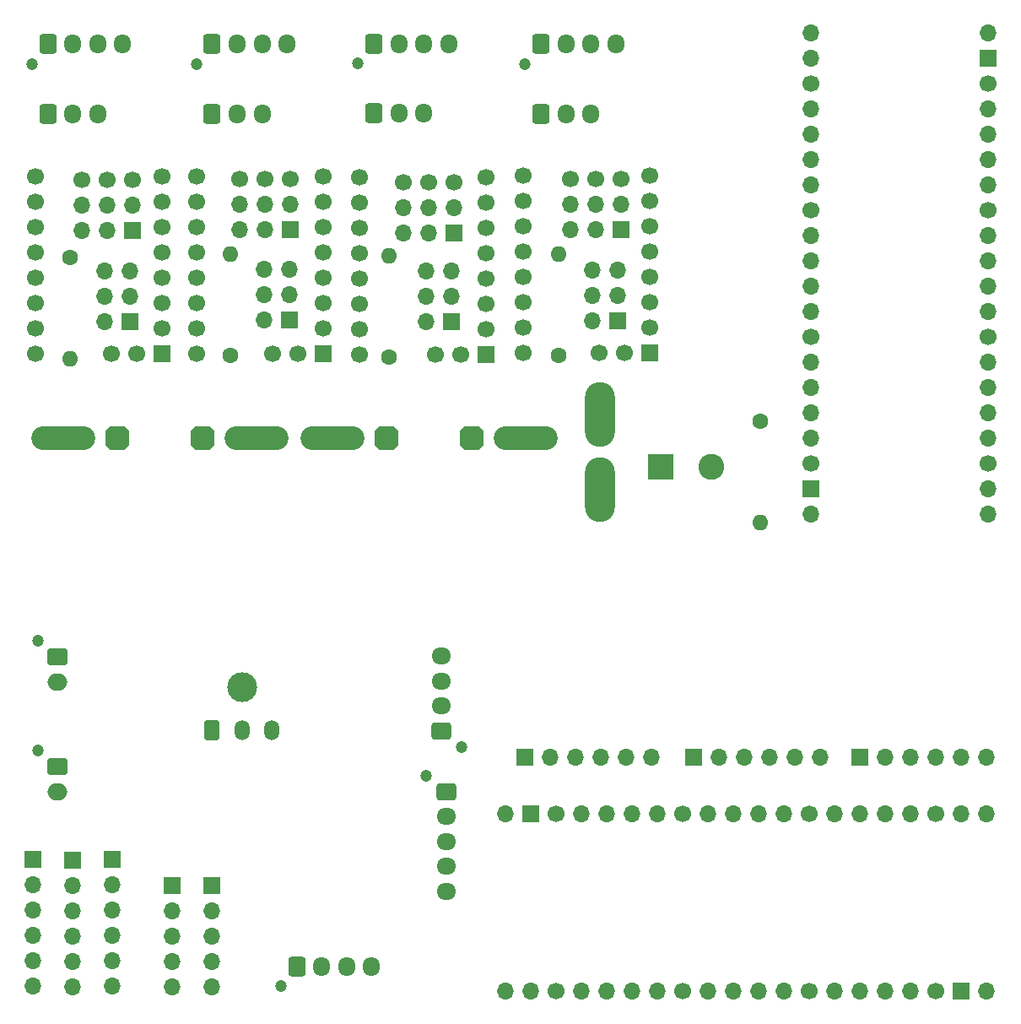
<source format=gbr>
%TF.GenerationSoftware,KiCad,Pcbnew,9.0.0*%
%TF.CreationDate,2025-03-23T11:29:05+11:00*%
%TF.ProjectId,OpenA1K,4f70656e-4131-44b2-9e6b-696361645f70,1*%
%TF.SameCoordinates,Original*%
%TF.FileFunction,Soldermask,Top*%
%TF.FilePolarity,Negative*%
%FSLAX46Y46*%
G04 Gerber Fmt 4.6, Leading zero omitted, Abs format (unit mm)*
G04 Created by KiCad (PCBNEW 9.0.0) date 2025-03-23 11:29:05*
%MOMM*%
%LPD*%
G01*
G04 APERTURE LIST*
G04 Aperture macros list*
%AMRoundRect*
0 Rectangle with rounded corners*
0 $1 Rounding radius*
0 $2 $3 $4 $5 $6 $7 $8 $9 X,Y pos of 4 corners*
0 Add a 4 corners polygon primitive as box body*
4,1,4,$2,$3,$4,$5,$6,$7,$8,$9,$2,$3,0*
0 Add four circle primitives for the rounded corners*
1,1,$1+$1,$2,$3*
1,1,$1+$1,$4,$5*
1,1,$1+$1,$6,$7*
1,1,$1+$1,$8,$9*
0 Add four rect primitives between the rounded corners*
20,1,$1+$1,$2,$3,$4,$5,0*
20,1,$1+$1,$4,$5,$6,$7,0*
20,1,$1+$1,$6,$7,$8,$9,0*
20,1,$1+$1,$8,$9,$2,$3,0*%
%AMOutline5P*
0 Free polygon, 5 corners , with rotation*
0 The origin of the aperture is its center*
0 number of corners: always 5*
0 $1 to $10 corner X, Y*
0 $11 Rotation angle, in degrees counterclockwise*
0 create outline with 5 corners*
4,1,5,$1,$2,$3,$4,$5,$6,$7,$8,$9,$10,$1,$2,$11*%
%AMOutline6P*
0 Free polygon, 6 corners , with rotation*
0 The origin of the aperture is its center*
0 number of corners: always 6*
0 $1 to $12 corner X, Y*
0 $13 Rotation angle, in degrees counterclockwise*
0 create outline with 6 corners*
4,1,6,$1,$2,$3,$4,$5,$6,$7,$8,$9,$10,$11,$12,$1,$2,$13*%
%AMOutline7P*
0 Free polygon, 7 corners , with rotation*
0 The origin of the aperture is its center*
0 number of corners: always 7*
0 $1 to $14 corner X, Y*
0 $15 Rotation angle, in degrees counterclockwise*
0 create outline with 7 corners*
4,1,7,$1,$2,$3,$4,$5,$6,$7,$8,$9,$10,$11,$12,$13,$14,$1,$2,$15*%
%AMOutline8P*
0 Free polygon, 8 corners , with rotation*
0 The origin of the aperture is its center*
0 number of corners: always 8*
0 $1 to $16 corner X, Y*
0 $17 Rotation angle, in degrees counterclockwise*
0 create outline with 8 corners*
4,1,8,$1,$2,$3,$4,$5,$6,$7,$8,$9,$10,$11,$12,$13,$14,$15,$16,$1,$2,$17*%
G04 Aperture macros list end*
%ADD10C,3.000000*%
%ADD11RoundRect,0.250001X-0.499999X-0.759999X0.499999X-0.759999X0.499999X0.759999X-0.499999X0.759999X0*%
%ADD12O,1.500000X2.020000*%
%ADD13O,2.000000X1.700000*%
%ADD14RoundRect,0.250000X-0.750000X0.600000X-0.750000X-0.600000X0.750000X-0.600000X0.750000X0.600000X0*%
%ADD15C,1.200000*%
%ADD16RoundRect,0.250000X-0.600000X-0.725000X0.600000X-0.725000X0.600000X0.725000X-0.600000X0.725000X0*%
%ADD17O,1.700000X1.950000*%
%ADD18RoundRect,0.250000X-0.725000X0.600000X-0.725000X-0.600000X0.725000X-0.600000X0.725000X0.600000X0*%
%ADD19O,1.950000X1.700000*%
%ADD20O,1.700000X1.700000*%
%ADD21R,1.700000X1.700000*%
%ADD22RoundRect,0.250000X0.725000X-0.600000X0.725000X0.600000X-0.725000X0.600000X-0.725000X-0.600000X0*%
%ADD23C,1.700000*%
%ADD24C,1.600000*%
%ADD25O,1.600000X1.600000*%
%ADD26O,3.000000X6.500000*%
%ADD27Outline8P,-1.200000X0.720000X-0.720000X1.200000X0.720000X1.200000X1.200000X0.720000X1.200000X-0.720000X0.720000X-1.200000X-0.720000X-1.200000X-1.200000X-0.720000X0.000000*%
%ADD28O,6.400000X2.400000*%
%ADD29Outline8P,-1.200000X0.720000X-0.720000X1.200000X0.720000X1.200000X1.200000X0.720000X1.200000X-0.720000X0.720000X-1.200000X-0.720000X-1.200000X-1.200000X-0.720000X180.000000*%
%ADD30R,2.600000X2.600000*%
%ADD31C,2.600000*%
G04 APERTURE END LIST*
D10*
%TO.C,J26*%
X80500000Y-103000000D03*
D11*
X77500000Y-107320000D03*
D12*
X80500000Y-107320000D03*
X83500000Y-107320000D03*
%TD*%
D13*
%TO.C,J16*%
X62000000Y-113500000D03*
D14*
X62000000Y-111000000D03*
D15*
X60000000Y-109400000D03*
%TD*%
%TO.C,J17*%
X60000000Y-98400000D03*
D14*
X62000000Y-100000000D03*
D13*
X62000000Y-102500000D03*
%TD*%
D15*
%TO.C,J18*%
X84400000Y-133000000D03*
D16*
X86000000Y-131000000D03*
D17*
X88500000Y-131000000D03*
X91000000Y-131000000D03*
X93500000Y-131000000D03*
%TD*%
D15*
%TO.C,J19*%
X99000000Y-111900000D03*
D18*
X101000000Y-113500000D03*
D19*
X101000000Y-116000000D03*
X101000000Y-118500000D03*
X101000000Y-121000000D03*
X101000000Y-123500000D03*
%TD*%
D20*
%TO.C,J25*%
X121540000Y-110000000D03*
X119000000Y-110000000D03*
X116460000Y-110000000D03*
X113920000Y-110000000D03*
X111380000Y-110000000D03*
D21*
X108840000Y-110000000D03*
%TD*%
D19*
%TO.C,ExtruderMotor1*%
X100500000Y-99900000D03*
X100500000Y-102400000D03*
X100500000Y-104900000D03*
D22*
X100500000Y-107400000D03*
D15*
X102500000Y-109000000D03*
%TD*%
D20*
%TO.C,J23*%
X138540000Y-110000000D03*
X136000000Y-110000000D03*
X133460000Y-110000000D03*
X130920000Y-110000000D03*
X128380000Y-110000000D03*
D21*
X125840000Y-110000000D03*
%TD*%
D20*
%TO.C,U2*%
X106920000Y-115720000D03*
D21*
X109460000Y-115720000D03*
D23*
X112000000Y-115720000D03*
D20*
X114540000Y-115720000D03*
X117080000Y-115720000D03*
X119620000Y-115720000D03*
X122160000Y-115720000D03*
D23*
X124700000Y-115720000D03*
D20*
X127240000Y-115720000D03*
X129780000Y-115720000D03*
X132320000Y-115720000D03*
X134860000Y-115720000D03*
D23*
X137400000Y-115720000D03*
D20*
X139940000Y-115720000D03*
X142480000Y-115720000D03*
X145020000Y-115720000D03*
X147560000Y-115720000D03*
D23*
X150100000Y-115720000D03*
D20*
X152640000Y-115720000D03*
X155180000Y-115720000D03*
X155180000Y-133500000D03*
D21*
X152640000Y-133500000D03*
D23*
X150100000Y-133500000D03*
D20*
X147560000Y-133500000D03*
X145020000Y-133500000D03*
X142480000Y-133500000D03*
X139940000Y-133500000D03*
D23*
X137400000Y-133500000D03*
D20*
X134860000Y-133500000D03*
X132320000Y-133500000D03*
X129780000Y-133500000D03*
X127240000Y-133500000D03*
D23*
X124700000Y-133500000D03*
D20*
X122160000Y-133500000D03*
X119620000Y-133500000D03*
X117080000Y-133500000D03*
X114540000Y-133500000D03*
D23*
X112000000Y-133500000D03*
D20*
X109460000Y-133500000D03*
X106920000Y-133500000D03*
%TD*%
%TO.C,J22*%
X155160000Y-110000000D03*
X152620000Y-110000000D03*
X150080000Y-110000000D03*
X147540000Y-110000000D03*
X145000000Y-110000000D03*
D21*
X142460000Y-110000000D03*
%TD*%
%TO.C,J24*%
X67500000Y-120300000D03*
D20*
X67500000Y-122840000D03*
X67500000Y-125380000D03*
X67500000Y-127920000D03*
X67500000Y-130460000D03*
X67500000Y-133000000D03*
%TD*%
D24*
%TO.C,R5*%
X132500000Y-76340000D03*
D25*
X132500000Y-86500000D03*
%TD*%
D26*
%TO.C,F1*%
X116404999Y-75670000D03*
X116405000Y-83170000D03*
%TD*%
D27*
%TO.C,C4*%
X103500000Y-78000000D03*
D28*
X108960000Y-78000000D03*
%TD*%
D29*
%TO.C,C3*%
X95000000Y-78000000D03*
D28*
X89540000Y-78000000D03*
%TD*%
D27*
%TO.C,C2*%
X76500000Y-78000000D03*
D28*
X81960000Y-78000000D03*
%TD*%
D29*
%TO.C,C1*%
X68000000Y-78000000D03*
D28*
X62540000Y-78000000D03*
%TD*%
D20*
%TO.C,U1*%
X137610000Y-37370000D03*
X137610000Y-39910000D03*
D23*
X137610000Y-42450000D03*
D20*
X137610000Y-44990000D03*
X137610000Y-47530000D03*
X137610000Y-50070000D03*
X137610000Y-52610000D03*
D23*
X137610000Y-55150000D03*
D20*
X137610000Y-57690000D03*
X137610000Y-60230000D03*
X137610000Y-62770000D03*
X137610000Y-65310000D03*
D23*
X137610000Y-67850000D03*
D20*
X137610000Y-70390000D03*
X137610000Y-72930000D03*
X137610000Y-75470000D03*
X137610000Y-78010000D03*
D23*
X137610000Y-80550000D03*
D21*
X137610000Y-83090000D03*
D20*
X137610000Y-85630000D03*
X155390000Y-85630000D03*
X155390000Y-83090000D03*
D23*
X155390000Y-80550000D03*
D20*
X155390000Y-78010000D03*
X155390000Y-75470000D03*
X155390000Y-72930000D03*
X155390000Y-70390000D03*
D23*
X155390000Y-67850000D03*
D20*
X155390000Y-65310000D03*
X155390000Y-62770000D03*
X155390000Y-60230000D03*
X155390000Y-57690000D03*
D23*
X155390000Y-55150000D03*
D20*
X155390000Y-52610000D03*
X155390000Y-50070000D03*
X155390000Y-47530000D03*
X155390000Y-44990000D03*
D23*
X155390000Y-42450000D03*
D21*
X155390000Y-39910000D03*
D20*
X155390000Y-37370000D03*
%TD*%
D21*
%TO.C,M6*%
X104981700Y-69662300D03*
D23*
X104981700Y-67122300D03*
X104981700Y-64582300D03*
X104981700Y-62042300D03*
X104981700Y-59502300D03*
X104981700Y-56962300D03*
X104981700Y-54422300D03*
X104981700Y-51882300D03*
X92281700Y-51882300D03*
X92281700Y-54422300D03*
X92281700Y-56962300D03*
X92281700Y-59502300D03*
X92281700Y-62042300D03*
X92281700Y-64582300D03*
X92281700Y-67122300D03*
X92281700Y-69662300D03*
X102441700Y-69662300D03*
X99901700Y-69662300D03*
%TD*%
D21*
%TO.C,M5*%
X101781700Y-57462300D03*
D20*
X99241700Y-57462300D03*
X96701700Y-57462300D03*
X101781700Y-54922300D03*
X99241700Y-54922300D03*
X96701700Y-54922300D03*
D23*
X101781700Y-52382300D03*
X99241700Y-52382300D03*
X96701700Y-52382300D03*
%TD*%
D21*
%TO.C,M4*%
X88624800Y-69539700D03*
D23*
X88624800Y-66999700D03*
X88624800Y-64459700D03*
X88624800Y-61919700D03*
X88624800Y-59379700D03*
X88624800Y-56839700D03*
X88624800Y-54299700D03*
X88624800Y-51759700D03*
X75924800Y-51759700D03*
X75924800Y-54299700D03*
X75924800Y-56839700D03*
X75924800Y-59379700D03*
X75924800Y-61919700D03*
X75924800Y-64459700D03*
X75924800Y-66999700D03*
X75924800Y-69539700D03*
X86084800Y-69539700D03*
X83544800Y-69539700D03*
%TD*%
D21*
%TO.C,M3*%
X85364800Y-57149700D03*
D20*
X82824800Y-57149700D03*
X80284800Y-57149700D03*
X85364800Y-54609700D03*
X82824800Y-54609700D03*
X80284800Y-54609700D03*
D23*
X85364800Y-52069700D03*
X82824800Y-52069700D03*
X80284800Y-52069700D03*
%TD*%
D21*
%TO.C,M2*%
X72460800Y-69535600D03*
D23*
X72460800Y-66995600D03*
X72460800Y-64455600D03*
X72460800Y-61915600D03*
X72460800Y-59375600D03*
X72460800Y-56835600D03*
X72460800Y-54295600D03*
X72460800Y-51755600D03*
X59760800Y-51755600D03*
X59760800Y-54295600D03*
X59760800Y-56835600D03*
X59760800Y-59375600D03*
X59760800Y-61915600D03*
X59760800Y-64455600D03*
X59760800Y-66995600D03*
X59760800Y-69535600D03*
X69920800Y-69535600D03*
X67380800Y-69535600D03*
%TD*%
D21*
%TO.C,M1*%
X69536800Y-57197500D03*
D20*
X66996800Y-57197500D03*
X64456800Y-57197500D03*
X69536800Y-54657500D03*
X66996800Y-54657500D03*
X64456800Y-54657500D03*
D23*
X69536800Y-52117500D03*
X66996800Y-52117500D03*
X64456800Y-52117500D03*
%TD*%
D16*
%TO.C,J13*%
X110500000Y-45500000D03*
D17*
X113000000Y-45500000D03*
X115500000Y-45500000D03*
%TD*%
D16*
%TO.C,J12*%
X77500000Y-45500000D03*
D17*
X80000000Y-45500000D03*
X82500000Y-45500000D03*
%TD*%
D16*
%TO.C,J11*%
X93750000Y-45475000D03*
D17*
X96250000Y-45475000D03*
X98750000Y-45475000D03*
%TD*%
D16*
%TO.C,J10*%
X61000000Y-45500000D03*
D17*
X63500000Y-45500000D03*
X66000000Y-45500000D03*
%TD*%
D24*
%TO.C,R3*%
X95281700Y-69922300D03*
D25*
X95281700Y-59762300D03*
%TD*%
D24*
%TO.C,R2*%
X79284800Y-69729700D03*
D25*
X79284800Y-59569700D03*
%TD*%
D24*
%TO.C,R1*%
X63241600Y-59901600D03*
D25*
X63241600Y-70061600D03*
%TD*%
D21*
%TO.C,J21*%
X73500000Y-122880000D03*
D20*
X73500000Y-125420000D03*
X73500000Y-127960000D03*
X73500000Y-130500000D03*
X73500000Y-133040000D03*
%TD*%
D21*
%TO.C,J20*%
X77500000Y-122880000D03*
D20*
X77500000Y-125420000D03*
X77500000Y-127960000D03*
X77500000Y-130500000D03*
X77500000Y-133040000D03*
%TD*%
D21*
%TO.C,J15*%
X63500000Y-120340000D03*
D20*
X63500000Y-122880000D03*
X63500000Y-125420000D03*
X63500000Y-127960000D03*
X63500000Y-130500000D03*
X63500000Y-133040000D03*
%TD*%
D21*
%TO.C,J14*%
X59500000Y-120300000D03*
D20*
X59500000Y-122840000D03*
X59500000Y-125380000D03*
X59500000Y-127920000D03*
X59500000Y-130460000D03*
X59500000Y-133000000D03*
%TD*%
D30*
%TO.C,J9*%
X122500000Y-80920000D03*
D31*
X127580000Y-80920000D03*
%TD*%
D21*
%TO.C,J5*%
X101538500Y-66355000D03*
D20*
X98998500Y-66355000D03*
X101538500Y-63815000D03*
X98998500Y-63815000D03*
X101538500Y-61275000D03*
X98998500Y-61275000D03*
%TD*%
D21*
%TO.C,J3*%
X85284800Y-66189700D03*
D20*
X82744800Y-66189700D03*
X85284800Y-63649700D03*
X82744800Y-63649700D03*
X85284800Y-61109700D03*
X82744800Y-61109700D03*
%TD*%
D21*
%TO.C,J1*%
X69241600Y-66347100D03*
D20*
X66701600Y-66347100D03*
X69241600Y-63807100D03*
X66701600Y-63807100D03*
X69241600Y-61267100D03*
X66701600Y-61267100D03*
%TD*%
D21*
%TO.C,M8*%
X121424800Y-69469700D03*
D23*
X121424800Y-66929700D03*
X121424800Y-64389700D03*
X121424800Y-61849700D03*
X121424800Y-59309700D03*
X121424800Y-56769700D03*
X121424800Y-54229700D03*
X121424800Y-51689700D03*
X108724800Y-51689700D03*
X108724800Y-54229700D03*
X108724800Y-56769700D03*
X108724800Y-59309700D03*
X108724800Y-61849700D03*
X108724800Y-64389700D03*
X108724800Y-66929700D03*
X108724800Y-69469700D03*
X118884800Y-69469700D03*
X116344800Y-69469700D03*
%TD*%
D21*
%TO.C,M7*%
X118507100Y-57085400D03*
D20*
X115967100Y-57085400D03*
X113427100Y-57085400D03*
X118507100Y-54545400D03*
X115967100Y-54545400D03*
X113427100Y-54545400D03*
D23*
X118507100Y-52005400D03*
X115967100Y-52005400D03*
X113427100Y-52005400D03*
%TD*%
D21*
%TO.C,J7*%
X118153100Y-66256700D03*
D20*
X115613100Y-66256700D03*
X118153100Y-63716700D03*
X115613100Y-63716700D03*
X118153100Y-61176700D03*
X115613100Y-61176700D03*
%TD*%
D24*
%TO.C,R4*%
X112224800Y-69729700D03*
D25*
X112224800Y-59569700D03*
%TD*%
D15*
%TO.C,J8*%
X92150000Y-40475000D03*
D16*
X93750000Y-38475000D03*
D17*
X96250000Y-38475000D03*
X98750000Y-38475000D03*
X101250000Y-38475000D03*
%TD*%
D15*
%TO.C,J6*%
X75900000Y-40500000D03*
D16*
X77500000Y-38500000D03*
D17*
X80000000Y-38500000D03*
X82500000Y-38500000D03*
X85000000Y-38500000D03*
%TD*%
D15*
%TO.C,J4*%
X59400000Y-40500000D03*
D16*
X61000000Y-38500000D03*
D17*
X63500000Y-38500000D03*
X66000000Y-38500000D03*
X68500000Y-38500000D03*
%TD*%
D15*
%TO.C,J2*%
X108900000Y-40500000D03*
D16*
X110500000Y-38500000D03*
D17*
X113000000Y-38500000D03*
X115500000Y-38500000D03*
X118000000Y-38500000D03*
%TD*%
M02*

</source>
